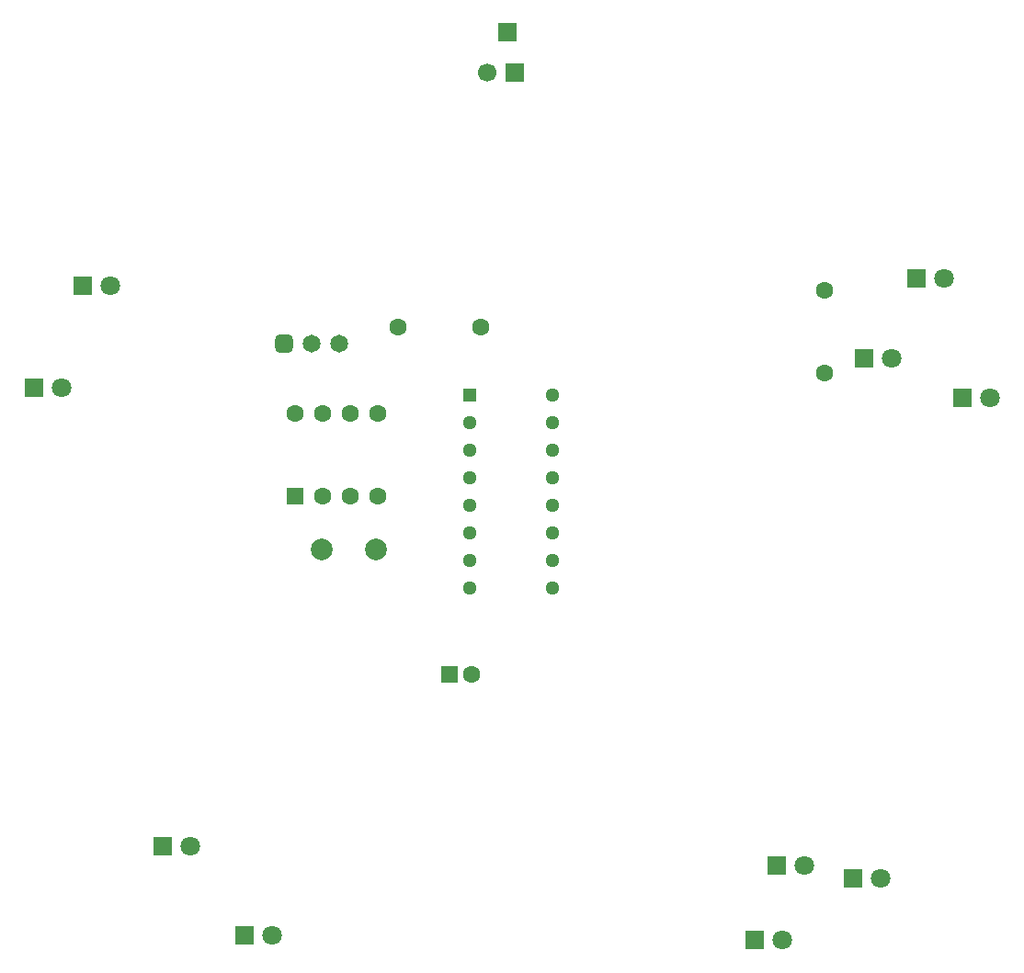
<source format=gbr>
%TF.GenerationSoftware,KiCad,Pcbnew,9.0.7*%
%TF.CreationDate,2026-02-10T20:55:20-08:00*%
%TF.ProjectId,Blinky,426c696e-6b79-42e6-9b69-6361645f7063,rev?*%
%TF.SameCoordinates,Original*%
%TF.FileFunction,Soldermask,Top*%
%TF.FilePolarity,Negative*%
%FSLAX46Y46*%
G04 Gerber Fmt 4.6, Leading zero omitted, Abs format (unit mm)*
G04 Created by KiCad (PCBNEW 9.0.7) date 2026-02-10 20:55:20*
%MOMM*%
%LPD*%
G01*
G04 APERTURE LIST*
G04 Aperture macros list*
%AMRoundRect*
0 Rectangle with rounded corners*
0 $1 Rounding radius*
0 $2 $3 $4 $5 $6 $7 $8 $9 X,Y pos of 4 corners*
0 Add a 4 corners polygon primitive as box body*
4,1,4,$2,$3,$4,$5,$6,$7,$8,$9,$2,$3,0*
0 Add four circle primitives for the rounded corners*
1,1,$1+$1,$2,$3*
1,1,$1+$1,$4,$5*
1,1,$1+$1,$6,$7*
1,1,$1+$1,$8,$9*
0 Add four rect primitives between the rounded corners*
20,1,$1+$1,$2,$3,$4,$5,0*
20,1,$1+$1,$4,$5,$6,$7,0*
20,1,$1+$1,$6,$7,$8,$9,0*
20,1,$1+$1,$8,$9,$2,$3,0*%
G04 Aperture macros list end*
%ADD10R,1.800000X1.800000*%
%ADD11C,1.800000*%
%ADD12C,1.600000*%
%ADD13RoundRect,0.250000X0.550000X-0.550000X0.550000X0.550000X-0.550000X0.550000X-0.550000X-0.550000X0*%
%ADD14RoundRect,0.412500X-0.412500X-0.412500X0.412500X-0.412500X0.412500X0.412500X-0.412500X0.412500X0*%
%ADD15C,1.650000*%
%ADD16R,1.700000X1.700000*%
%ADD17C,1.700000*%
%ADD18C,2.000000*%
%ADD19RoundRect,0.250000X-0.550000X-0.550000X0.550000X-0.550000X0.550000X0.550000X-0.550000X0.550000X0*%
%ADD20R,1.295400X1.295400*%
%ADD21C,1.295400*%
G04 APERTURE END LIST*
D10*
%TO.C,D4*%
X184320000Y-90830000D03*
D11*
X186860000Y-90830000D03*
%TD*%
D12*
%TO.C,R3*%
X180630000Y-92180000D03*
X180630000Y-84560000D03*
%TD*%
D10*
%TO.C,D5*%
X193370000Y-94500000D03*
D11*
X195910000Y-94500000D03*
%TD*%
D13*
%TO.C,U1*%
X131880000Y-103540000D03*
D12*
X134420000Y-103540000D03*
X136960000Y-103540000D03*
X139500000Y-103540000D03*
X139500000Y-95920000D03*
X136960000Y-95920000D03*
X134420000Y-95920000D03*
X131880000Y-95920000D03*
%TD*%
D14*
%TO.C,RV1*%
X130890000Y-89550000D03*
D15*
X133430000Y-89550000D03*
X135970000Y-89550000D03*
%TD*%
D10*
%TO.C,D8*%
X183260000Y-138800000D03*
D11*
X185800000Y-138800000D03*
%TD*%
D10*
%TO.C,D9*%
X127270000Y-144070000D03*
D11*
X129810000Y-144070000D03*
%TD*%
D16*
%TO.C,J1*%
X152150000Y-64550000D03*
D17*
X149610000Y-64550000D03*
%TD*%
D10*
%TO.C,D10*%
X119670000Y-135810000D03*
D11*
X122210000Y-135810000D03*
%TD*%
D16*
%TO.C,J2*%
X151450000Y-60800000D03*
%TD*%
D18*
%TO.C,C2*%
X134330000Y-108440000D03*
X139330000Y-108440000D03*
%TD*%
D10*
%TO.C,D6*%
X176260000Y-137630000D03*
D11*
X178800000Y-137630000D03*
%TD*%
D10*
%TO.C,D3*%
X189170000Y-83490000D03*
D11*
X191710000Y-83490000D03*
%TD*%
D10*
%TO.C,D12*%
X112320000Y-84140000D03*
D11*
X114860000Y-84140000D03*
%TD*%
D19*
%TO.C,C1*%
X146140000Y-120010000D03*
D12*
X148140000Y-120010000D03*
%TD*%
D10*
%TO.C,D7*%
X174220000Y-144470000D03*
D11*
X176760000Y-144470000D03*
%TD*%
D12*
%TO.C,R2*%
X141350000Y-87980000D03*
X148970000Y-87980000D03*
%TD*%
D10*
%TO.C,D11*%
X107870000Y-93580000D03*
D11*
X110410000Y-93580000D03*
%TD*%
D20*
%TO.C,U2*%
X147960000Y-94280000D03*
D21*
X147960000Y-96820000D03*
X147960000Y-99360000D03*
X147960000Y-101900000D03*
X147960000Y-104440000D03*
X147960000Y-106980000D03*
X147960000Y-109520000D03*
X147960000Y-112060000D03*
X155580000Y-112060000D03*
X155580000Y-109520000D03*
X155580000Y-106980000D03*
X155580000Y-104440000D03*
X155580000Y-101900000D03*
X155580000Y-99360000D03*
X155580000Y-96820000D03*
X155580000Y-94280000D03*
%TD*%
M02*

</source>
